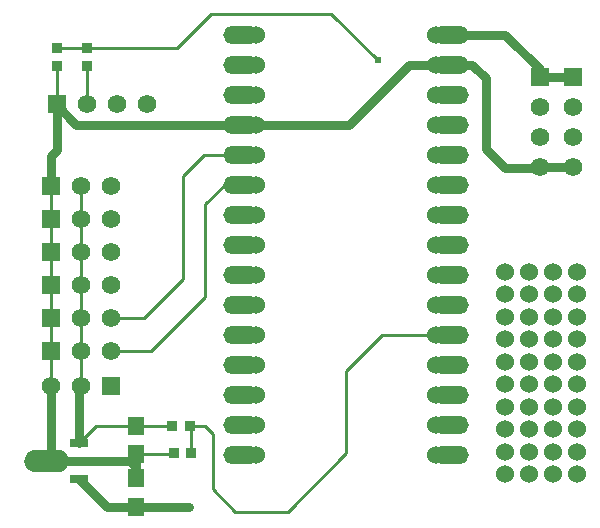
<source format=gtl>
G04 Layer: TopLayer*
G04 EasyEDA v6.5.51, 2025-09-08 19:21:40*
G04 d3bb8f252c9f4849ab45821a22fd5e0f,1706e92ce9fe400092762f31ba6d8469,10*
G04 Gerber Generator version 0.2*
G04 Scale: 100 percent, Rotated: No, Reflected: No *
G04 Dimensions in millimeters *
G04 leading zeros omitted , absolute positions ,4 integer and 5 decimal *
%FSLAX45Y45*%
%MOMM*%

%AMMACRO1*21,1,$1,$2,0,0,$3*%
%ADD10C,0.7500*%
%ADD11C,0.2500*%
%ADD12R,1.3589X1.5000*%
%ADD13MACRO1,0.864X0.8065X0.0000*%
%ADD14R,0.8640X0.8065*%
%ADD15MACRO1,0.864X0.8065X90.0000*%
%ADD16C,0.0128*%
%ADD17MACRO1,0.864X0.8065X-90.0000*%
%ADD18O,2.999994X1.524*%
%ADD19MACRO1,0.672X1.575X90.0000*%
%ADD20R,1.5748X1.5748*%
%ADD21C,1.5748*%
%ADD22C,1.5240*%
%ADD23C,0.6200*%

%LPD*%
D10*
X1705874Y4749787D02*
G01*
X2408560Y4749787D01*
X2463800Y4694554D01*
X5880100Y7239000D02*
G01*
X6159500Y7239000D01*
X5880100Y8001000D02*
G01*
X6159500Y8001000D01*
X5880100Y8001000D02*
G01*
X5880100Y8064500D01*
X5588000Y8356600D01*
X5003800Y8356600D01*
X1790700Y7772400D02*
G01*
X1790700Y7378700D01*
X1739900Y7327900D01*
X1739900Y7073900D01*
X3352800Y7594600D02*
G01*
X4267200Y7594600D01*
X4775200Y8102600D01*
X5130800Y8102600D01*
X1790700Y7772400D02*
G01*
X1790700Y7759700D01*
X1955800Y7594600D01*
X3479800Y7594600D01*
D11*
X2247900Y5956300D02*
G01*
X2527300Y5956300D01*
X2590800Y5676900D02*
G01*
X3048000Y6134100D01*
X3048000Y6921500D01*
X3213100Y7086600D01*
X3479800Y7086600D01*
D10*
X2213792Y4363087D02*
G01*
X2463787Y4363087D01*
X1977095Y4599787D02*
G01*
X2213805Y4363107D01*
X1739900Y5384787D02*
G01*
X1739900Y4783813D01*
X1977095Y5367987D02*
G01*
X1977120Y5368025D01*
X1977095Y4899873D01*
X2463800Y4603092D02*
G01*
X2463800Y4807595D01*
D11*
X2463800Y5047592D02*
G01*
X2469492Y5041900D01*
X1977120Y4899799D02*
G01*
X2124918Y5047592D01*
X2463800Y5047592D01*
X2247900Y5676900D02*
G01*
X2590800Y5676900D01*
X1993900Y5676900D02*
G01*
X1993900Y5384800D01*
X1993900Y5956300D02*
G01*
X1993900Y5676900D01*
X1993900Y6235700D02*
G01*
X1993900Y5956300D01*
X1993900Y6515100D02*
G01*
X1993900Y6235700D01*
X1993900Y6794500D02*
G01*
X1993900Y6515100D01*
X1993900Y7073900D02*
G01*
X1993900Y6794500D01*
X1739900Y5676900D02*
G01*
X1739900Y5384800D01*
X1739900Y5956300D02*
G01*
X1739900Y5676900D01*
X1739900Y6235700D02*
G01*
X1739900Y5956300D01*
X1739900Y6515100D02*
G01*
X1739900Y6235700D01*
X1739900Y6794500D02*
G01*
X1739900Y6515100D01*
X1739900Y7073900D02*
G01*
X1739900Y6794500D01*
X2044700Y8090761D02*
G01*
X2044700Y7772400D01*
X1790700Y8090761D02*
G01*
X1790700Y7772400D01*
X1790700Y8241438D02*
G01*
X2044700Y8241438D01*
X2469492Y5041900D02*
G01*
X2769468Y5041900D01*
X2527300Y5956300D02*
G01*
X2857500Y6286500D01*
X2857500Y7162800D01*
X3035300Y7340600D01*
X3479800Y7340600D01*
D10*
X2463800Y4363110D02*
G01*
X2686085Y4363110D01*
X2686085Y4363110D02*
G01*
X2785145Y4363110D01*
X2785145Y4363110D02*
G01*
X2901289Y4363110D01*
X2908300Y4356100D01*
D11*
X2044700Y8241537D02*
G01*
X2805938Y8241537D01*
X3098800Y8534400D01*
X4114800Y8534400D01*
X4508500Y8140700D01*
X2920136Y5041900D02*
G01*
X3048000Y5041900D01*
X3111500Y4978400D01*
X3111500Y4508500D01*
X3302000Y4318000D01*
X3746500Y4318000D01*
X4241800Y4813300D01*
X4241800Y5511800D01*
X4546600Y5816600D01*
X5130800Y5816600D01*
X2782163Y4813300D02*
G01*
X2776474Y4807610D01*
X2463800Y4807610D01*
X2920136Y5041900D02*
G01*
X2932836Y5029200D01*
X2932836Y4813300D01*
D10*
X5003800Y8102600D02*
G01*
X5308600Y8102600D01*
X5422900Y7988300D01*
X5422900Y7391400D01*
X5588000Y7226300D01*
X5867400Y7226300D01*
X5880100Y7239000D01*
D12*
G01*
X2463800Y5047589D03*
G01*
X2463800Y4807610D03*
G01*
X2463800Y4363110D03*
G01*
X2463800Y4603089D03*
D13*
G01*
X1790700Y8241424D03*
D14*
G01*
X1790700Y8090763D03*
D13*
G01*
X2044700Y8090775D03*
D14*
G01*
X2044700Y8241436D03*
D15*
G01*
X2920124Y5041900D03*
G01*
X2769475Y5041900D03*
D17*
G01*
X2782175Y4813300D03*
G01*
X2932824Y4813300D03*
D18*
G01*
X5130800Y8356600D03*
G01*
X5130800Y8102600D03*
G01*
X5130800Y7848600D03*
G01*
X5130800Y7594600D03*
G01*
X5130800Y7340600D03*
G01*
X5130800Y7086600D03*
G01*
X5130800Y6832600D03*
G01*
X5130800Y6578600D03*
G01*
X5130800Y6324600D03*
G01*
X5130800Y6070600D03*
G01*
X5130800Y5816600D03*
G01*
X5130800Y5562600D03*
G01*
X5130800Y5308600D03*
G01*
X5130800Y5054600D03*
G01*
X5130800Y4800600D03*
G01*
X3352800Y4800600D03*
G01*
X3352800Y5054600D03*
G01*
X3352800Y5308600D03*
G01*
X3352800Y5562600D03*
G01*
X3352800Y5816600D03*
G01*
X3352800Y6070600D03*
G01*
X3352800Y6324600D03*
G01*
X3352800Y6578600D03*
G01*
X3352800Y6832600D03*
G01*
X3352800Y7086600D03*
G01*
X3352800Y7340600D03*
G01*
X3352800Y7594600D03*
G01*
X3352800Y7848600D03*
G01*
X3352800Y8102600D03*
G01*
X3352800Y8356600D03*
D19*
G01*
X1977130Y4599813D03*
G01*
X1977130Y4899812D03*
G36*
X1613179Y4844783D02*
G01*
X1798599Y4844783D01*
X1803052Y4844676D01*
X1807494Y4844364D01*
X1811919Y4843843D01*
X1816313Y4843117D01*
X1820669Y4842182D01*
X1824974Y4841046D01*
X1829224Y4839710D01*
X1833405Y4838176D01*
X1837509Y4836447D01*
X1841530Y4834529D01*
X1845454Y4832423D01*
X1849277Y4830135D01*
X1852988Y4827671D01*
X1856579Y4825037D01*
X1860042Y4822238D01*
X1863371Y4819276D01*
X1866557Y4816165D01*
X1869594Y4812906D01*
X1872475Y4809510D01*
X1875193Y4805982D01*
X1877743Y4802329D01*
X1880118Y4798562D01*
X1882315Y4794686D01*
X1884329Y4790714D01*
X1886153Y4782784D01*
X2055886Y4782784D01*
X2055886Y4716785D01*
X1886153Y4716785D01*
X1884329Y4708850D01*
X1882315Y4704877D01*
X1880118Y4701001D01*
X1877743Y4697234D01*
X1875193Y4693582D01*
X1872475Y4690054D01*
X1869594Y4686658D01*
X1866557Y4683399D01*
X1863371Y4680287D01*
X1860042Y4677326D01*
X1856579Y4674527D01*
X1852988Y4671893D01*
X1849277Y4669429D01*
X1845454Y4667140D01*
X1841530Y4665035D01*
X1837509Y4663117D01*
X1833405Y4661387D01*
X1829224Y4659853D01*
X1824974Y4658517D01*
X1820669Y4657382D01*
X1816313Y4656447D01*
X1811919Y4655720D01*
X1807494Y4655200D01*
X1803052Y4654887D01*
X1798599Y4654781D01*
X1613179Y4654781D01*
X1608726Y4654887D01*
X1604284Y4655200D01*
X1599859Y4655720D01*
X1595465Y4656447D01*
X1591109Y4657382D01*
X1586804Y4658517D01*
X1582554Y4659853D01*
X1578373Y4661387D01*
X1574269Y4663117D01*
X1570248Y4665035D01*
X1566324Y4667140D01*
X1562501Y4669429D01*
X1558790Y4671893D01*
X1555198Y4674527D01*
X1551736Y4677326D01*
X1548406Y4680287D01*
X1545221Y4683399D01*
X1542183Y4686658D01*
X1539303Y4690054D01*
X1536585Y4693582D01*
X1534035Y4697234D01*
X1531660Y4701001D01*
X1529463Y4704877D01*
X1527449Y4708850D01*
X1525625Y4712914D01*
X1523992Y4717056D01*
X1522557Y4721273D01*
X1521320Y4725553D01*
X1520286Y4729886D01*
X1519455Y4734260D01*
X1518831Y4738672D01*
X1518414Y4743107D01*
X1518206Y4747554D01*
X1518206Y4752009D01*
X1518414Y4756457D01*
X1518831Y4760892D01*
X1519455Y4765304D01*
X1520286Y4769678D01*
X1521320Y4774011D01*
X1522557Y4778291D01*
X1523992Y4782507D01*
X1525625Y4786650D01*
X1527449Y4790714D01*
X1529463Y4794686D01*
X1531660Y4798562D01*
X1534035Y4802329D01*
X1536585Y4805982D01*
X1539303Y4809510D01*
X1542183Y4812906D01*
X1545221Y4816165D01*
X1548406Y4819276D01*
X1551736Y4822238D01*
X1555198Y4825037D01*
X1558790Y4827671D01*
X1562501Y4830135D01*
X1566324Y4832423D01*
X1570248Y4834529D01*
X1574269Y4836447D01*
X1578373Y4838176D01*
X1582554Y4839710D01*
X1586804Y4841046D01*
X1591109Y4842182D01*
X1595465Y4843117D01*
X1599859Y4843843D01*
X1604284Y4844364D01*
X1608726Y4844676D01*
X1613179Y4844783D01*
G37*
D20*
G01*
X6159500Y8001000D03*
D21*
G01*
X6159500Y7747000D03*
G01*
X6159500Y7493000D03*
G01*
X6159500Y7239000D03*
D20*
G01*
X5880100Y8001000D03*
D21*
G01*
X5880100Y7747000D03*
G01*
X5880100Y7493000D03*
G01*
X5880100Y7239000D03*
D20*
G01*
X1790700Y7772400D03*
D21*
G01*
X2044700Y7772400D03*
G01*
X2298700Y7772400D03*
G01*
X2552700Y7772400D03*
G01*
X1739900Y5384800D03*
G01*
X1993900Y5384800D03*
D20*
G01*
X2247900Y5384800D03*
D21*
G01*
X2247900Y7073900D03*
G01*
X1993900Y7073900D03*
D20*
G01*
X1739900Y7073900D03*
D21*
G01*
X2247900Y6794500D03*
G01*
X1993900Y6794500D03*
D20*
G01*
X1739900Y6794500D03*
D21*
G01*
X2247900Y6515100D03*
G01*
X1993900Y6515100D03*
D20*
G01*
X1739900Y6515100D03*
D21*
G01*
X2247900Y6235700D03*
G01*
X1993900Y6235700D03*
D20*
G01*
X1739900Y6235700D03*
D21*
G01*
X2247900Y5956300D03*
G01*
X1993900Y5956300D03*
D20*
G01*
X1739900Y5956300D03*
D21*
G01*
X2247900Y5676900D03*
G01*
X1993900Y5676900D03*
D20*
G01*
X1739900Y5676900D03*
D22*
G01*
X3479800Y8356600D03*
G01*
X3479800Y8102600D03*
G01*
X3479800Y7848600D03*
G01*
X3479800Y7594600D03*
G01*
X3479800Y7340600D03*
G01*
X3479800Y7086600D03*
G01*
X3479800Y6832600D03*
G01*
X3479800Y6578600D03*
G01*
X3479800Y6324600D03*
G01*
X3479800Y6070600D03*
G01*
X3479800Y5816600D03*
G01*
X3479800Y5562600D03*
G01*
X3479800Y5308600D03*
G01*
X3479800Y5054600D03*
G01*
X3479800Y4800600D03*
G01*
X5003800Y4800600D03*
G01*
X5003800Y5054600D03*
G01*
X5003800Y5308600D03*
G01*
X5003800Y5562600D03*
G01*
X5003800Y5816600D03*
G01*
X5003800Y6070600D03*
G01*
X5003800Y6324600D03*
G01*
X5003800Y6578600D03*
G01*
X5003800Y6832600D03*
G01*
X5003800Y7086600D03*
G01*
X5003800Y7340600D03*
G01*
X5003800Y7594600D03*
G01*
X5003800Y7848600D03*
G01*
X5003800Y8102600D03*
G01*
X5003800Y8356600D03*
G01*
X5588000Y6350000D03*
G01*
X5791200Y6350000D03*
G01*
X5791200Y6159500D03*
G01*
X5588000Y6159500D03*
G01*
X5994400Y6159500D03*
G01*
X6197600Y6159500D03*
G01*
X6197600Y6350000D03*
G01*
X5994400Y6350000D03*
G01*
X5994400Y5969000D03*
G01*
X6197600Y5969000D03*
G01*
X6197600Y5778500D03*
G01*
X5994400Y5778500D03*
G01*
X5588000Y5778500D03*
G01*
X5791200Y5778500D03*
G01*
X5791200Y5969000D03*
G01*
X5588000Y5969000D03*
G01*
X5588000Y5207000D03*
G01*
X5791200Y5207000D03*
G01*
X5791200Y5016500D03*
G01*
X5588000Y5016500D03*
G01*
X5994400Y5016500D03*
G01*
X6197600Y5016500D03*
G01*
X6197600Y5207000D03*
G01*
X5994400Y5207000D03*
G01*
X5994400Y5588000D03*
G01*
X6197600Y5588000D03*
G01*
X6197600Y5397500D03*
G01*
X5994400Y5397500D03*
G01*
X5588000Y5397500D03*
G01*
X5791200Y5397500D03*
G01*
X5791200Y5588000D03*
G01*
X5588000Y5588000D03*
G01*
X5994400Y4826000D03*
G01*
X6197600Y4826000D03*
G01*
X6197600Y4635500D03*
G01*
X5994400Y4635500D03*
G01*
X5588000Y4635500D03*
G01*
X5791200Y4635500D03*
G01*
X5791200Y4826000D03*
G01*
X5588000Y4826000D03*
D23*
G01*
X4508500Y8140700D03*
G01*
X2908300Y4356100D03*
G01*
X2785145Y4363110D03*
G01*
X2686085Y4363110D03*
M02*

</source>
